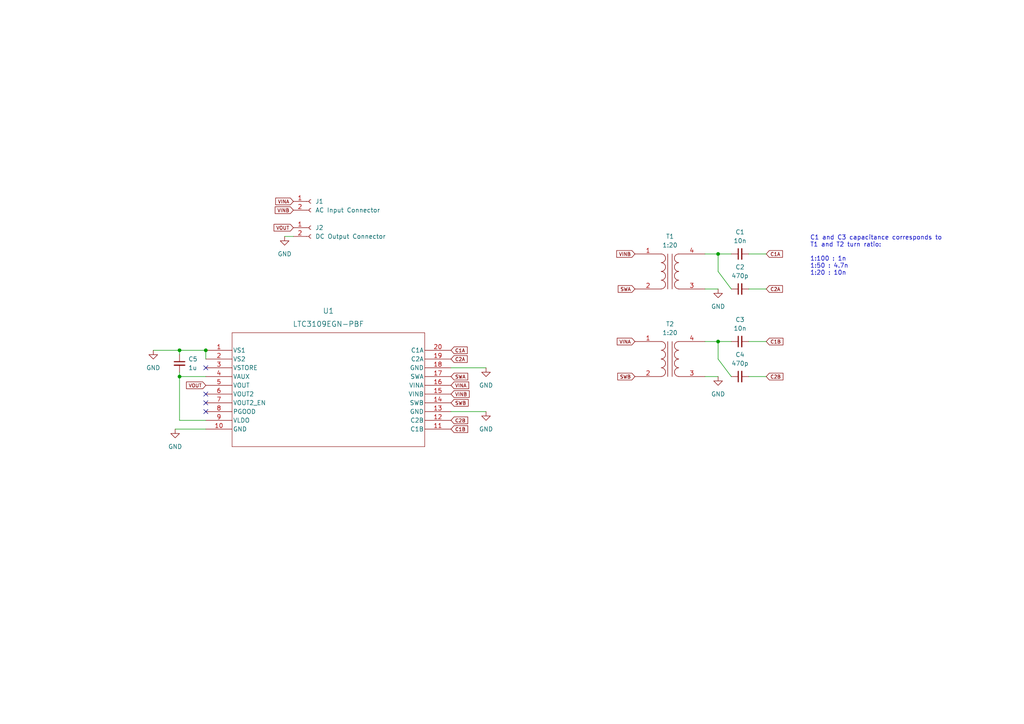
<source format=kicad_sch>
(kicad_sch (version 20211123) (generator eeschema)
  (paper "A4")
  (lib_symbols
    (symbol "Connector:Conn_01x02_Female" (pin_names (offset 1.016) hide)
      (property "Reference" "J" (at 0 2.54 0))
      (property "Value" "Conn_01x02_Female" (at 0 -5.08 0))
      (symbol "Conn_01x02_Female_1_1"
        (arc (start 0 -2.032) (mid -0.508 -2.54) (end 0 -3.048) (stroke (width 0.1524)))
        (polyline (pts (xy -1.27 -2.54) (xy -0.508 -2.54)) (stroke (width 0.1524)))
        (polyline (pts (xy -1.27 0) (xy -0.508 0)) (stroke (width 0.1524)))
        (arc (start 0 0.508) (mid -0.508 0) (end 0 -0.508) (stroke (width 0.1524)))
        (pin passive line (at -5.08 0 0) (length 3.81) (name "Pin_1") (number "1"))
        (pin passive line (at -5.08 -2.54 0) (length 3.81) (name "Pin_2") (number "2"))
      )
    )
    (symbol "Device:C_Small" (pin_numbers hide) (pin_names (offset 0.254) hide)
      (property "Reference" "C" (at 0.254 1.778 0))
      (property "Value" "C_Small" (at 0.254 -2.032 0))
      (symbol "C_Small_0_1"
        (polyline (pts (xy -1.524 -0.508) (xy 1.524 -0.508)) (stroke (width 0.3302)))
        (polyline (pts (xy -1.524 0.508) (xy 1.524 0.508)) (stroke (width 0.3048)))
      )
      (symbol "C_Small_1_1"
        (pin passive line (at 0 2.54 270) (length 2.032) (name "~") (number "1"))
        (pin passive line (at 0 -2.54 90) (length 2.032) (name "~") (number "2"))
      )
    )
    (symbol "Device:Transformer_1P_1S" (pin_names (offset 1.016) hide)
      (property "Reference" "T" (at 0 6.35 0))
      (property "Value" "Transformer_1P_1S" (at 0 -7.62 0))
      (symbol "Transformer_1P_1S_0_1"
        (arc (start -2.54 -5.0546) (mid -1.6599 -4.6901) (end -1.27 -3.81))
        (arc (start -2.54 -2.5146) (mid -1.6599 -2.1501) (end -1.27 -1.27))
        (arc (start -2.54 0.0254) (mid -1.6599 0.3899) (end -1.27 1.27))
        (arc (start -2.54 2.5654) (mid -1.6599 2.9299) (end -1.27 3.81))
        (arc (start -1.27 -3.81) (mid -1.642 -2.912) (end -2.54 -2.54))
        (arc (start -1.27 -1.27) (mid -1.642 -0.372) (end -2.54 0))
        (arc (start -1.27 1.27) (mid -1.642 2.168) (end -2.54 2.54))
        (arc (start -1.27 3.81) (mid -1.642 4.708) (end -2.54 5.08))
        (polyline (pts (xy -0.635 5.08) (xy -0.635 -5.08)))
        (polyline (pts (xy 0.635 -5.08) (xy 0.635 5.08)))
        (arc (start 1.2954 -1.27) (mid 1.6599 -2.1501) (end 2.54 -2.5146))
        (arc (start 1.2954 1.27) (mid 1.6599 0.3899) (end 2.54 0.0254))
        (arc (start 1.2954 3.81) (mid 1.6599 2.9299) (end 2.54 2.5654))
        (arc (start 1.3208 -3.81) (mid 1.6853 -4.6901) (end 2.5654 -5.0546))
        (arc (start 2.54 0) (mid 1.642 -0.372) (end 1.2954 -1.27))
        (arc (start 2.54 2.54) (mid 1.642 2.168) (end 1.2954 1.27))
        (arc (start 2.54 5.08) (mid 1.642 4.708) (end 1.2954 3.81))
        (arc (start 2.5654 -2.54) (mid 1.6674 -2.912) (end 1.3208 -3.81))
      )
      (symbol "Transformer_1P_1S_1_1"
        (pin passive line (at -10.16 5.08 0) (length 7.62) (name "AA") (number "1"))
        (pin passive line (at -10.16 -5.08 0) (length 7.62) (name "AB") (number "2"))
        (pin passive line (at 10.16 -5.08 180) (length 7.62) (name "SA") (number "3"))
        (pin passive line (at 10.16 5.08 180) (length 7.62) (name "SB") (number "4"))
      )
    )
    (symbol "LTC3109EGN_PBF:LTC3109EGN-PBF" (pin_names (offset 0.254))
      (property "Reference" "U" (at 35.56 10.16 0))
      (property "Value" "LTC3109EGN-PBF" (at 35.56 7.62 0))
      (symbol "LTC3109EGN-PBF_0_1"
        (polyline (pts (xy 7.62 -27.94) (xy 63.5 -27.94)) (stroke (width 0.127)))
        (polyline (pts (xy 7.62 5.08) (xy 7.62 -27.94)) (stroke (width 0.127)))
        (polyline (pts (xy 63.5 -27.94) (xy 63.5 5.08)) (stroke (width 0.127)))
        (polyline (pts (xy 63.5 5.08) (xy 7.62 5.08)) (stroke (width 0.127)))
        (pin output line (at 0 0 0) (length 7.62) (name "VS1") (number "1"))
        (pin power_in line (at 0 -22.86 0) (length 7.62) (name "GND") (number "10"))
        (pin input line (at 71.12 -22.86 180) (length 7.62) (name "C1B") (number "11"))
        (pin input line (at 71.12 -20.32 180) (length 7.62) (name "C2B") (number "12"))
        (pin power_in line (at 71.12 -17.78 180) (length 7.62) (name "GND") (number "13"))
        (pin unspecified line (at 71.12 -15.24 180) (length 7.62) (name "SWB") (number "14"))
        (pin input line (at 71.12 -12.7 180) (length 7.62) (name "VINB") (number "15"))
        (pin input line (at 71.12 -10.16 180) (length 7.62) (name "VINA") (number "16"))
        (pin unspecified line (at 71.12 -7.62 180) (length 7.62) (name "SWA") (number "17"))
        (pin power_in line (at 71.12 -5.08 180) (length 7.62) (name "GND") (number "18"))
        (pin input line (at 71.12 -2.54 180) (length 7.62) (name "C2A") (number "19"))
        (pin output line (at 0 -2.54 0) (length 7.62) (name "VS2") (number "2"))
        (pin input line (at 71.12 0 180) (length 7.62) (name "C1A") (number "20"))
        (pin output line (at 0 -5.08 0) (length 7.62) (name "VSTORE") (number "3"))
        (pin output line (at 0 -7.62 0) (length 7.62) (name "VAUX") (number "4"))
        (pin output line (at 0 -10.16 0) (length 7.62) (name "VOUT") (number "5"))
        (pin output line (at 0 -12.7 0) (length 7.62) (name "VOUT2") (number "6"))
        (pin output line (at 0 -15.24 0) (length 7.62) (name "VOUT2_EN") (number "7"))
        (pin output line (at 0 -17.78 0) (length 7.62) (name "PGOOD") (number "8"))
        (pin output line (at 0 -20.32 0) (length 7.62) (name "VLDO") (number "9"))
      )
    )
    (symbol "power:GND" (power) (pin_names (offset 0))
      (property "Value" "GND" (at 0 -3.81 0))
      (symbol "GND_0_1"
        (polyline (pts (xy 0 0) (xy 0 -1.27) (xy 1.27 -1.27) (xy 0 -2.54) (xy -1.27 -1.27) (xy 0 -1.27)))
      )
      (symbol "GND_1_1"
        (pin power_in line (at 0 0 270) (length 0) hide (name "GND") (number "1"))
      )
    )
  )
  (junction (at 208.28 73.66))
  (junction (at 59.69 101.6))
  (junction (at 52.07 109.22))
  (junction (at 208.28 99.06))
  (junction (at 52.07 101.6))
  (no_connect (at 59.69 106.68))
  (no_connect (at 59.69 114.3))
  (no_connect (at 59.69 119.38))
  (no_connect (at 59.69 116.84))
  (wire (pts (xy 50.8 124.46) (xy 59.69 124.46)))
  (wire (pts (xy 52.07 121.92) (xy 52.07 109.22)))
  (wire (pts (xy 44.45 101.6) (xy 52.07 101.6)))
  (wire (pts (xy 208.28 83.82) (xy 204.47 83.82)))
  (wire (pts (xy 208.28 99.06) (xy 212.09 99.06)))
  (wire (pts (xy 217.17 99.06) (xy 222.25 99.06)))
  (wire (pts (xy 52.07 101.6) (xy 52.07 102.87)))
  (wire (pts (xy 130.81 106.68) (xy 140.97 106.68)))
  (wire (pts (xy 208.28 109.22) (xy 204.47 109.22)))
  (wire (pts (xy 52.07 107.95) (xy 52.07 109.22)))
  (wire (pts (xy 212.09 83.82) (xy 208.28 78.74)))
  (wire (pts (xy 204.47 73.66) (xy 208.28 73.66)))
  (wire (pts (xy 217.17 109.22) (xy 222.25 109.22)))
  (wire (pts (xy 130.81 119.38) (xy 140.97 119.38)))
  (wire (pts (xy 52.07 109.22) (xy 59.69 109.22)))
  (wire (pts (xy 204.47 99.06) (xy 208.28 99.06)))
  (wire (pts (xy 217.17 83.82) (xy 222.25 83.82)))
  (wire (pts (xy 217.17 73.66) (xy 222.25 73.66)))
  (wire (pts (xy 208.28 73.66) (xy 212.09 73.66)))
  (wire (pts (xy 82.55 68.58) (xy 85.09 68.58)))
  (wire (pts (xy 212.09 109.22) (xy 208.28 104.14)))
  (wire (pts (xy 208.28 104.14) (xy 208.28 99.06)))
  (wire (pts (xy 59.69 121.92) (xy 52.07 121.92)))
  (wire (pts (xy 59.69 101.6) (xy 59.69 104.14)))
  (wire (pts (xy 52.07 101.6) (xy 59.69 101.6)))
  (wire (pts (xy 208.28 78.74) (xy 208.28 73.66)))
  (text "C1 and C3 capacitance corresponds to\nT1 and T2 turn ratio:\n\n1:100 : 1n\n1:50 : 4.7n\n1:20 : 10n\n" (at 234.95 80.01 0) (effects (font (size 1.27 1.27)) (justify left bottom)))
  (global_label "VINB" (shape input) (at 130.81 114.3 0) (effects (font (size 1 1))) (property "Intersheet References" "${INTERSHEET_REFS}" (effects hide)))
  (global_label "VINB" (shape input) (at 85.09 60.96 180) (effects (font (size 1 1))) (property "Intersheet References" "${INTERSHEET_REFS}" (effects hide)))
  (global_label "SWA" (shape input) (at 184.15 83.82 180) (effects (font (size 1 1))) (property "Intersheet References" "${INTERSHEET_REFS}" (effects hide)))
  (global_label "VOUT" (shape input) (at 85.09 66.04 180) (effects (font (size 1 1))) (property "Intersheet References" "${INTERSHEET_REFS}" (effects hide)))
  (global_label "VOUT" (shape input) (at 59.69 111.76 180) (effects (font (size 1 1))) (property "Intersheet References" "${INTERSHEET_REFS}" (effects hide)))
  (global_label "C2B" (shape input) (at 222.25 109.22 0) (effects (font (size 1 1))) (property "Intersheet References" "${INTERSHEET_REFS}" (effects hide)))
  (global_label "C1B" (shape input) (at 130.81 124.46 0) (effects (font (size 1 1))) (property "Intersheet References" "${INTERSHEET_REFS}" (effects hide)))
  (global_label "C2A" (shape input) (at 222.25 83.82 0) (effects (font (size 1 1))) (property "Intersheet References" "${INTERSHEET_REFS}" (effects hide)))
  (global_label "C2A" (shape input) (at 130.81 104.14 0) (effects (font (size 1 1))) (property "Intersheet References" "${INTERSHEET_REFS}" (effects hide)))
  (global_label "SWA" (shape input) (at 130.81 109.22 0) (effects (font (size 1 1))) (property "Intersheet References" "${INTERSHEET_REFS}" (effects hide)))
  (global_label "VINA" (shape input) (at 85.09 58.42 180) (effects (font (size 1 1))) (property "Intersheet References" "${INTERSHEET_REFS}" (effects hide)))
  (global_label "C2B" (shape input) (at 130.81 121.92 0) (effects (font (size 1 1))) (property "Intersheet References" "${INTERSHEET_REFS}" (effects hide)))
  (global_label "SWB" (shape input) (at 184.15 109.22 180) (effects (font (size 1 1))) (property "Intersheet References" "${INTERSHEET_REFS}" (effects hide)))
  (global_label "SWB" (shape input) (at 130.81 116.84 0) (effects (font (size 1 1))) (property "Intersheet References" "${INTERSHEET_REFS}" (effects hide)))
  (global_label "VINB" (shape input) (at 184.15 73.66 180) (effects (font (size 1 1))) (property "Intersheet References" "${INTERSHEET_REFS}" (effects hide)))
  (global_label "C1A" (shape input) (at 222.25 73.66 0) (effects (font (size 1 1))) (property "Intersheet References" "${INTERSHEET_REFS}" (effects hide)))
  (global_label "C1B" (shape input) (at 222.25 99.06 0) (effects (font (size 1 1))) (property "Intersheet References" "${INTERSHEET_REFS}" (effects hide)))
  (global_label "VINA" (shape input) (at 184.15 99.06 180) (effects (font (size 1 1))) (property "Intersheet References" "${INTERSHEET_REFS}" (effects hide)))
  (global_label "VINA" (shape input) (at 130.81 111.76 0) (effects (font (size 1 1))) (property "Intersheet References" "${INTERSHEET_REFS}" (effects hide)))
  (global_label "C1A" (shape input) (at 130.81 101.6 0) (effects (font (size 1 1))) (property "Intersheet References" "${INTERSHEET_REFS}" (effects hide)))
  (symbol (lib_id "Device:C_Small") (at 214.63 99.06 90) (unit 1)
    (property "Reference" "C3" (at 214.6363 92.71 90))
    (property "Value" "10n" (at 214.6363 95.25 90))
    (property "Footprint" "Capacitor_SMD:C_0603_1608Metric_Pad1.08x0.95mm_HandSolder" (effects hide))
  )
  (symbol (lib_id "Device:Transformer_1P_1S") (at 194.31 78.74 0) (unit 1)
    (property "Reference" "T1" (at 194.3227 68.58 0))
    (property "Value" "1:20" (at 194.3227 71.12 0))
    (property "Footprint" "Transformer:WE-EHPI_5838" (effects hide))
  )
  (symbol (lib_id "power:GND") (at 50.8 124.46 0) (unit 1)
    (property "Reference" "#PWR04" (effects hide))
    (property "Value" "GND" (at 50.8 129.54 0))
  )
  (symbol (lib_id "power:GND") (at 44.45 101.6 0) (unit 1)
    (property "Reference" "#PWR03" (effects hide))
    (property "Value" "GND" (at 44.45 106.68 0))
  )
  (symbol (lib_id "Device:C_Small") (at 214.63 83.82 90) (unit 1)
    (property "Reference" "C2" (at 214.6363 77.47 90))
    (property "Value" "470p" (at 214.6363 80.01 90))
    (property "Footprint" "Capacitor_SMD:C_0603_1608Metric_Pad1.08x0.95mm_HandSolder" (effects hide))
  )
  (symbol (lib_id "Connector:Conn_01x02_Female") (at 90.17 66.04 0) (unit 1)
    (property "Reference" "J2" (at 91.44 66.0399 0) (effects (justify left)))
    (property "Value" "DC Output Connector" (at 91.44 68.5799 0) (effects (justify left)))
    (property "Footprint" "Connector_Wire:SolderWire-0.1sqmm_1x02_P3.6mm_D0.4mm_OD1mm" (effects hide))
  )
  (symbol (lib_id "LTC3109EGN_PBF:LTC3109EGN-PBF") (at 59.69 101.6 0) (unit 1)
    (property "Reference" "U1" (at 95.25 90.17 0) (effects (font (size 1.524 1.524))))
    (property "Value" "LTC3109EGN-PBF" (at 95.25 93.98 0) (effects (font (size 1.524 1.524))))
    (property "Footprint" "LTC3109EGN_PBF:SSOP-20_GN_LIT" (effects hide))
    (property "Datasheet" "LTC3109EGN-PBF" (effects hide))
  )
  (symbol (lib_id "Device:C_Small") (at 52.07 105.41 0) (unit 1)
    (property "Reference" "C5" (at 54.61 104.1462 0) (effects (justify left)))
    (property "Value" "1u" (at 54.61 106.6862 0) (effects (justify left)))
    (property "Footprint" "Capacitor_SMD:C_0402_1005Metric_Pad0.74x0.62mm_HandSolder" (effects hide))
  )
  (symbol (lib_id "power:GND") (at 208.28 109.22 0) (unit 1)
    (property "Reference" "#PWR02" (effects hide))
    (property "Value" "GND" (at 208.28 114.3 0))
  )
  (symbol (lib_id "Device:C_Small") (at 214.63 109.22 90) (unit 1)
    (property "Reference" "C4" (at 214.6363 102.87 90))
    (property "Value" "470p" (at 214.6363 105.41 90))
    (property "Footprint" "Capacitor_SMD:C_0603_1608Metric_Pad1.08x0.95mm_HandSolder" (effects hide))
  )
  (symbol (lib_id "power:GND") (at 140.97 106.68 0) (unit 1)
    (property "Reference" "#PWR05" (effects hide))
    (property "Value" "GND" (at 140.97 111.76 0))
  )
  (symbol (lib_id "Connector:Conn_01x02_Female") (at 90.17 58.42 0) (unit 1)
    (property "Reference" "J1" (at 91.44 58.4199 0) (effects (justify left)))
    (property "Value" "AC Input Connector" (at 91.44 60.9599 0) (effects (justify left)))
    (property "Footprint" "Connector_Wire:SolderWire-0.1sqmm_1x02_P3.6mm_D0.4mm_OD1mm" (effects hide))
  )
  (symbol (lib_id "power:GND") (at 208.28 83.82 0) (unit 1)
    (property "Reference" "#PWR01" (effects hide))
    (property "Value" "GND" (at 208.28 88.9 0))
  )
  (symbol (lib_id "Device:C_Small") (at 214.63 73.66 90) (unit 1)
    (property "Reference" "C1" (at 214.6363 67.31 90))
    (property "Value" "10n" (at 214.6363 69.85 90))
    (property "Footprint" "Capacitor_SMD:C_0603_1608Metric_Pad1.08x0.95mm_HandSolder" (effects hide))
  )
  (symbol (lib_id "Device:Transformer_1P_1S") (at 194.31 104.14 0) (unit 1)
    (property "Reference" "T2" (at 194.3227 93.98 0))
    (property "Value" "1:20" (at 194.3227 96.52 0))
    (property "Footprint" "Transformer:WE-EHPI_5838" (effects hide))
  )
  (symbol (lib_id "power:GND") (at 82.55 68.58 0) (unit 1)
    (property "Reference" "#PWR07" (effects hide))
    (property "Value" "GND" (at 82.55 73.66 0))
  )
  (symbol (lib_id "power:GND") (at 140.97 119.38 0) (unit 1)
    (property "Reference" "#PWR06" (effects hide))
    (property "Value" "GND" (at 140.97 124.46 0))
  )
)
</source>
